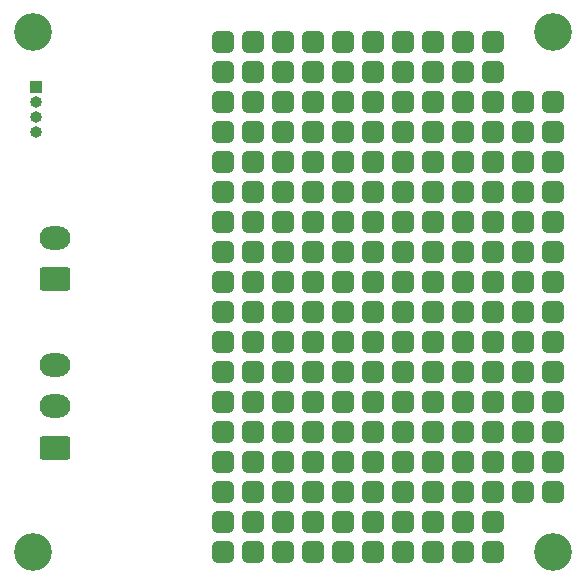
<source format=gbr>
%TF.GenerationSoftware,KiCad,Pcbnew,8.0.3*%
%TF.CreationDate,2024-06-13T00:49:59+02:00*%
%TF.ProjectId,can-proto,63616e2d-7072-46f7-946f-2e6b69636164,1*%
%TF.SameCoordinates,Original*%
%TF.FileFunction,Soldermask,Bot*%
%TF.FilePolarity,Negative*%
%FSLAX46Y46*%
G04 Gerber Fmt 4.6, Leading zero omitted, Abs format (unit mm)*
G04 Created by KiCad (PCBNEW 8.0.3) date 2024-06-13 00:49:59*
%MOMM*%
%LPD*%
G01*
G04 APERTURE LIST*
G04 Aperture macros list*
%AMRoundRect*
0 Rectangle with rounded corners*
0 $1 Rounding radius*
0 $2 $3 $4 $5 $6 $7 $8 $9 X,Y pos of 4 corners*
0 Add a 4 corners polygon primitive as box body*
4,1,4,$2,$3,$4,$5,$6,$7,$8,$9,$2,$3,0*
0 Add four circle primitives for the rounded corners*
1,1,$1+$1,$2,$3*
1,1,$1+$1,$4,$5*
1,1,$1+$1,$6,$7*
1,1,$1+$1,$8,$9*
0 Add four rect primitives between the rounded corners*
20,1,$1+$1,$2,$3,$4,$5,0*
20,1,$1+$1,$4,$5,$6,$7,0*
20,1,$1+$1,$6,$7,$8,$9,0*
20,1,$1+$1,$8,$9,$2,$3,0*%
G04 Aperture macros list end*
%ADD10RoundRect,0.360000X-0.540000X-0.540000X0.540000X-0.540000X0.540000X0.540000X-0.540000X0.540000X0*%
%ADD11C,3.200000*%
%ADD12RoundRect,0.250000X1.050000X-0.750000X1.050000X0.750000X-1.050000X0.750000X-1.050000X-0.750000X0*%
%ADD13O,2.600000X2.000000*%
%ADD14R,1.000000X1.000000*%
%ADD15O,1.000000X1.000000*%
G04 APERTURE END LIST*
D10*
%TO.C,TP28*%
X146840000Y-68900000D03*
%TD*%
%TO.C,TP102*%
X151920000Y-84140000D03*
%TD*%
%TO.C,TP121*%
X139220000Y-89220000D03*
%TD*%
%TO.C,TP113*%
X149380000Y-86680000D03*
%TD*%
%TO.C,TP160*%
X146840000Y-96840000D03*
%TD*%
%TO.C,TP139*%
X154460000Y-91760000D03*
%TD*%
%TO.C,TP166*%
X131600000Y-99380000D03*
%TD*%
%TO.C,TP45*%
X129060000Y-73980000D03*
%TD*%
%TO.C,TP23*%
X134140000Y-68900000D03*
%TD*%
%TO.C,TP193*%
X139220000Y-104460000D03*
%TD*%
%TO.C,TP135*%
X144300000Y-91760000D03*
%TD*%
%TO.C,TP119*%
X134140000Y-89220000D03*
%TD*%
%TO.C,TP131*%
X134140000Y-91760000D03*
%TD*%
%TO.C,TP59*%
X134140000Y-76520000D03*
%TD*%
%TO.C,TP12*%
X131600000Y-66360000D03*
%TD*%
%TO.C,TP3*%
X134140000Y-63820000D03*
%TD*%
%TO.C,TP73*%
X139220000Y-79060000D03*
%TD*%
%TO.C,TP180*%
X136680000Y-101920000D03*
%TD*%
%TO.C,TP55*%
X154460000Y-73980000D03*
%TD*%
%TO.C,TP107*%
X134140000Y-86680000D03*
%TD*%
%TO.C,TP6*%
X141760000Y-63820000D03*
%TD*%
%TO.C,TP154*%
X131600000Y-96840000D03*
%TD*%
%TO.C,TP42*%
X151920000Y-71440000D03*
%TD*%
%TO.C,TP4*%
X136680000Y-63820000D03*
%TD*%
%TO.C,TP82*%
X131600000Y-81600000D03*
%TD*%
%TO.C,TP79*%
X154460000Y-79060000D03*
%TD*%
%TO.C,TP10*%
X151920000Y-63820000D03*
%TD*%
%TO.C,TP208*%
X151920000Y-107000000D03*
%TD*%
%TO.C,TP56*%
X157000000Y-73980000D03*
%TD*%
%TO.C,TP182*%
X141760000Y-101920000D03*
%TD*%
%TO.C,TP167*%
X134140000Y-99380000D03*
%TD*%
%TO.C,TP101*%
X149380000Y-84140000D03*
%TD*%
%TO.C,TP36*%
X136680000Y-71440000D03*
%TD*%
%TO.C,TP70*%
X131600000Y-79060000D03*
%TD*%
%TO.C,TP57*%
X129060000Y-76520000D03*
%TD*%
%TO.C,TP48*%
X136680000Y-73980000D03*
%TD*%
%TO.C,TP26*%
X141760000Y-68900000D03*
%TD*%
%TO.C,TP99*%
X144300000Y-84140000D03*
%TD*%
%TO.C,TP72*%
X136680000Y-79060000D03*
%TD*%
%TO.C,TP138*%
X151920000Y-91760000D03*
%TD*%
%TO.C,TP1*%
X129060000Y-63820000D03*
%TD*%
%TO.C,TP69*%
X129060000Y-79060000D03*
%TD*%
%TO.C,TP71*%
X134140000Y-79060000D03*
%TD*%
%TO.C,TP137*%
X149380000Y-91760000D03*
%TD*%
%TO.C,TP123*%
X144300000Y-89220000D03*
%TD*%
%TO.C,TP58*%
X131600000Y-76520000D03*
%TD*%
%TO.C,TP186*%
X151920000Y-101920000D03*
%TD*%
%TO.C,TP130*%
X131600000Y-91760000D03*
%TD*%
%TO.C,TP87*%
X144300000Y-81600000D03*
%TD*%
%TO.C,TP192*%
X136680000Y-104460000D03*
%TD*%
%TO.C,TP37*%
X139220000Y-71440000D03*
%TD*%
%TO.C,TP91*%
X154460000Y-81600000D03*
%TD*%
D11*
%TO.C,H2*%
X157000000Y-63000000D03*
%TD*%
D10*
%TO.C,TP9*%
X149380000Y-63820000D03*
%TD*%
%TO.C,TP32*%
X157000000Y-68900000D03*
%TD*%
%TO.C,TP44*%
X157000000Y-71440000D03*
%TD*%
%TO.C,TP7*%
X144300000Y-63820000D03*
%TD*%
%TO.C,TP142*%
X131600000Y-94300000D03*
%TD*%
%TO.C,TP176*%
X157000000Y-99380000D03*
%TD*%
%TO.C,TP199*%
X129060000Y-107000000D03*
%TD*%
%TO.C,TP153*%
X129060000Y-96840000D03*
%TD*%
%TO.C,TP21*%
X129060000Y-68900000D03*
%TD*%
%TO.C,TP179*%
X134140000Y-101920000D03*
%TD*%
%TO.C,TP183*%
X144300000Y-101920000D03*
%TD*%
%TO.C,TP76*%
X146840000Y-79060000D03*
%TD*%
%TO.C,TP110*%
X141760000Y-86680000D03*
%TD*%
%TO.C,TP118*%
X131600000Y-89220000D03*
%TD*%
%TO.C,TP158*%
X141760000Y-96840000D03*
%TD*%
%TO.C,TP207*%
X149380000Y-107000000D03*
%TD*%
%TO.C,TP15*%
X139220000Y-66360000D03*
%TD*%
%TO.C,TP126*%
X151920000Y-89220000D03*
%TD*%
%TO.C,TP155*%
X134140000Y-96840000D03*
%TD*%
%TO.C,TP185*%
X149380000Y-101920000D03*
%TD*%
%TO.C,TP108*%
X136680000Y-86680000D03*
%TD*%
%TO.C,TP189*%
X129060000Y-104460000D03*
%TD*%
%TO.C,TP146*%
X141760000Y-94300000D03*
%TD*%
%TO.C,TP112*%
X146840000Y-86680000D03*
%TD*%
%TO.C,TP116*%
X157000000Y-86680000D03*
%TD*%
%TO.C,TP114*%
X151920000Y-86680000D03*
%TD*%
%TO.C,TP197*%
X149380000Y-104460000D03*
%TD*%
%TO.C,TP2*%
X131600000Y-63820000D03*
%TD*%
%TO.C,TP163*%
X154460000Y-96840000D03*
%TD*%
%TO.C,TP191*%
X134140000Y-104460000D03*
%TD*%
%TO.C,TP177*%
X129060000Y-101920000D03*
%TD*%
%TO.C,TP156*%
X136680000Y-96840000D03*
%TD*%
%TO.C,TP173*%
X149380000Y-99380000D03*
%TD*%
%TO.C,TP14*%
X136680000Y-66360000D03*
%TD*%
%TO.C,TP11*%
X129060000Y-66360000D03*
%TD*%
%TO.C,TP50*%
X141760000Y-73980000D03*
%TD*%
%TO.C,TP96*%
X136680000Y-84140000D03*
%TD*%
%TO.C,TP94*%
X131600000Y-84140000D03*
%TD*%
%TO.C,TP19*%
X149380000Y-66360000D03*
%TD*%
%TO.C,TP98*%
X141760000Y-84140000D03*
%TD*%
%TO.C,TP105*%
X129060000Y-86680000D03*
%TD*%
D11*
%TO.C,H1*%
X113000000Y-63000000D03*
%TD*%
D10*
%TO.C,TP111*%
X144300000Y-86680000D03*
%TD*%
%TO.C,TP143*%
X134140000Y-94300000D03*
%TD*%
%TO.C,TP198*%
X151920000Y-104460000D03*
%TD*%
%TO.C,TP190*%
X131600000Y-104460000D03*
%TD*%
%TO.C,TP145*%
X139220000Y-94300000D03*
%TD*%
%TO.C,TP49*%
X139220000Y-73980000D03*
%TD*%
%TO.C,TP51*%
X144300000Y-73980000D03*
%TD*%
D12*
%TO.C,J3*%
X114900000Y-98150000D03*
D13*
X114900000Y-94650000D03*
X114900000Y-91150000D03*
%TD*%
D10*
%TO.C,TP128*%
X157000000Y-89220000D03*
%TD*%
%TO.C,TP16*%
X141760000Y-66360000D03*
%TD*%
%TO.C,TP133*%
X139220000Y-91760000D03*
%TD*%
%TO.C,TP93*%
X129060000Y-84140000D03*
%TD*%
%TO.C,TP35*%
X134140000Y-71440000D03*
%TD*%
%TO.C,TP106*%
X131600000Y-86680000D03*
%TD*%
%TO.C,TP169*%
X139220000Y-99380000D03*
%TD*%
%TO.C,TP88*%
X146840000Y-81600000D03*
%TD*%
%TO.C,TP41*%
X149380000Y-71440000D03*
%TD*%
%TO.C,TP30*%
X151920000Y-68900000D03*
%TD*%
%TO.C,TP206*%
X146840000Y-107000000D03*
%TD*%
%TO.C,TP201*%
X134140000Y-107000000D03*
%TD*%
%TO.C,TP81*%
X129060000Y-81600000D03*
%TD*%
%TO.C,TP115*%
X154460000Y-86680000D03*
%TD*%
%TO.C,TP5*%
X139220000Y-63820000D03*
%TD*%
%TO.C,TP175*%
X154460000Y-99380000D03*
%TD*%
%TO.C,TP67*%
X154460000Y-76520000D03*
%TD*%
%TO.C,TP151*%
X154460000Y-94300000D03*
%TD*%
%TO.C,TP24*%
X136680000Y-68900000D03*
%TD*%
%TO.C,TP22*%
X131600000Y-68900000D03*
%TD*%
%TO.C,TP178*%
X131600000Y-101920000D03*
%TD*%
%TO.C,TP92*%
X157000000Y-81600000D03*
%TD*%
%TO.C,TP132*%
X136680000Y-91760000D03*
%TD*%
%TO.C,TP66*%
X151920000Y-76520000D03*
%TD*%
%TO.C,TP122*%
X141760000Y-89220000D03*
%TD*%
%TO.C,TP140*%
X157000000Y-91760000D03*
%TD*%
%TO.C,TP38*%
X141760000Y-71440000D03*
%TD*%
%TO.C,TP84*%
X136680000Y-81600000D03*
%TD*%
%TO.C,TP85*%
X139220000Y-81600000D03*
%TD*%
%TO.C,TP127*%
X154460000Y-89220000D03*
%TD*%
%TO.C,TP204*%
X141760000Y-107000000D03*
%TD*%
%TO.C,TP195*%
X144300000Y-104460000D03*
%TD*%
%TO.C,TP17*%
X144300000Y-66360000D03*
%TD*%
%TO.C,TP144*%
X136680000Y-94300000D03*
%TD*%
%TO.C,TP149*%
X149380000Y-94300000D03*
%TD*%
%TO.C,TP46*%
X131600000Y-73980000D03*
%TD*%
%TO.C,TP47*%
X134140000Y-73980000D03*
%TD*%
%TO.C,TP150*%
X151920000Y-94300000D03*
%TD*%
%TO.C,TP97*%
X139220000Y-84140000D03*
%TD*%
%TO.C,TP159*%
X144300000Y-96840000D03*
%TD*%
%TO.C,TP74*%
X141760000Y-79060000D03*
%TD*%
%TO.C,TP90*%
X151920000Y-81600000D03*
%TD*%
%TO.C,TP62*%
X141760000Y-76520000D03*
%TD*%
%TO.C,TP78*%
X151920000Y-79060000D03*
%TD*%
%TO.C,TP40*%
X146840000Y-71440000D03*
%TD*%
%TO.C,TP13*%
X134140000Y-66360000D03*
%TD*%
%TO.C,TP18*%
X146840000Y-66360000D03*
%TD*%
%TO.C,TP43*%
X154460000Y-71440000D03*
%TD*%
%TO.C,TP29*%
X149380000Y-68900000D03*
%TD*%
%TO.C,TP95*%
X134140000Y-84140000D03*
%TD*%
%TO.C,TP75*%
X144300000Y-79060000D03*
%TD*%
%TO.C,TP202*%
X136680000Y-107000000D03*
%TD*%
%TO.C,TP27*%
X144300000Y-68900000D03*
%TD*%
%TO.C,TP53*%
X149380000Y-73980000D03*
%TD*%
%TO.C,TP152*%
X157000000Y-94300000D03*
%TD*%
%TO.C,TP161*%
X149380000Y-96840000D03*
%TD*%
%TO.C,TP184*%
X146840000Y-101920000D03*
%TD*%
%TO.C,TP141*%
X129060000Y-94300000D03*
%TD*%
%TO.C,TP147*%
X144300000Y-94300000D03*
%TD*%
D14*
%TO.C,J1*%
X113250000Y-67600000D03*
D15*
X113250000Y-68870000D03*
X113250000Y-70140000D03*
X113250000Y-71410000D03*
%TD*%
D12*
%TO.C,J2*%
X114900000Y-83900000D03*
D13*
X114900000Y-80400000D03*
%TD*%
D10*
%TO.C,TP187*%
X154460000Y-101920000D03*
%TD*%
%TO.C,TP196*%
X146840000Y-104460000D03*
%TD*%
%TO.C,TP129*%
X129060000Y-91760000D03*
%TD*%
%TO.C,TP109*%
X139220000Y-86680000D03*
%TD*%
%TO.C,TP120*%
X136680000Y-89220000D03*
%TD*%
%TO.C,TP31*%
X154460000Y-68900000D03*
%TD*%
%TO.C,TP77*%
X149380000Y-79060000D03*
%TD*%
%TO.C,TP20*%
X151920000Y-66360000D03*
%TD*%
%TO.C,TP117*%
X129060000Y-89220000D03*
%TD*%
%TO.C,TP89*%
X149380000Y-81600000D03*
%TD*%
%TO.C,TP33*%
X129060000Y-71440000D03*
%TD*%
%TO.C,TP125*%
X149380000Y-89220000D03*
%TD*%
%TO.C,TP25*%
X139220000Y-68900000D03*
%TD*%
%TO.C,TP205*%
X144300000Y-107000000D03*
%TD*%
%TO.C,TP165*%
X129060000Y-99380000D03*
%TD*%
D11*
%TO.C,H3*%
X113000000Y-107000000D03*
%TD*%
D10*
%TO.C,TP83*%
X134140000Y-81600000D03*
%TD*%
%TO.C,TP64*%
X146840000Y-76520000D03*
%TD*%
%TO.C,TP188*%
X157000000Y-101920000D03*
%TD*%
%TO.C,TP134*%
X141760000Y-91760000D03*
%TD*%
%TO.C,TP34*%
X131600000Y-71440000D03*
%TD*%
%TO.C,TP164*%
X157000000Y-96840000D03*
%TD*%
%TO.C,TP100*%
X146840000Y-84140000D03*
%TD*%
%TO.C,TP148*%
X146840000Y-94300000D03*
%TD*%
%TO.C,TP86*%
X141760000Y-81600000D03*
%TD*%
D11*
%TO.C,H4*%
X157000000Y-107000000D03*
%TD*%
D10*
%TO.C,TP162*%
X151920000Y-96840000D03*
%TD*%
%TO.C,TP174*%
X151920000Y-99380000D03*
%TD*%
%TO.C,TP203*%
X139220000Y-107000000D03*
%TD*%
%TO.C,TP65*%
X149380000Y-76520000D03*
%TD*%
%TO.C,TP172*%
X146840000Y-99380000D03*
%TD*%
%TO.C,TP8*%
X146840000Y-63820000D03*
%TD*%
%TO.C,TP68*%
X157000000Y-76520000D03*
%TD*%
%TO.C,TP61*%
X139220000Y-76520000D03*
%TD*%
%TO.C,TP103*%
X154460000Y-84140000D03*
%TD*%
%TO.C,TP80*%
X157000000Y-79060000D03*
%TD*%
%TO.C,TP200*%
X131600000Y-107000000D03*
%TD*%
%TO.C,TP60*%
X136680000Y-76520000D03*
%TD*%
%TO.C,TP136*%
X146840000Y-91760000D03*
%TD*%
%TO.C,TP168*%
X136680000Y-99380000D03*
%TD*%
%TO.C,TP194*%
X141760000Y-104460000D03*
%TD*%
%TO.C,TP124*%
X146840000Y-89220000D03*
%TD*%
%TO.C,TP170*%
X141760000Y-99380000D03*
%TD*%
%TO.C,TP157*%
X139220000Y-96840000D03*
%TD*%
%TO.C,TP39*%
X144300000Y-71440000D03*
%TD*%
%TO.C,TP63*%
X144300000Y-76520000D03*
%TD*%
%TO.C,TP104*%
X157000000Y-84140000D03*
%TD*%
%TO.C,TP54*%
X151920000Y-73980000D03*
%TD*%
%TO.C,TP52*%
X146840000Y-73980000D03*
%TD*%
%TO.C,TP171*%
X144300000Y-99380000D03*
%TD*%
%TO.C,TP181*%
X139220000Y-101920000D03*
%TD*%
M02*

</source>
